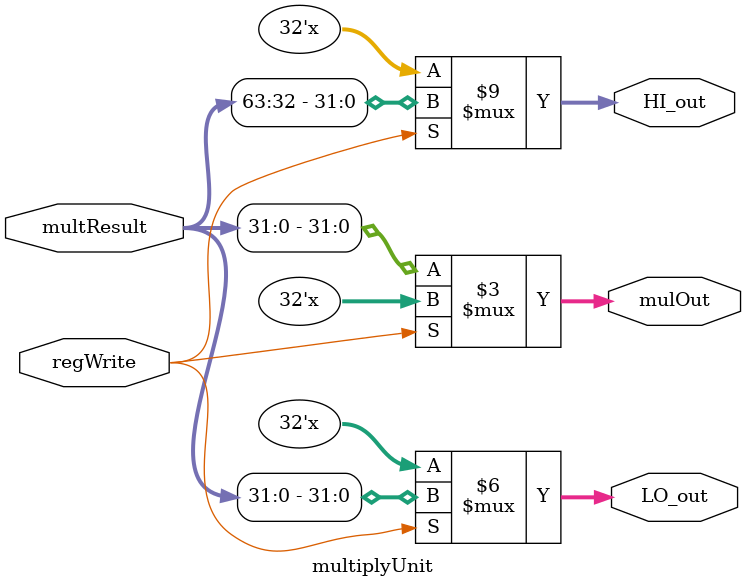
<source format=v>
`timescale 1ns / 1ps


module multiplyUnit( multResult, mulOut, HI_out, LO_out, regWrite);

    input [63:0] multResult;
    output reg [31:0] HI_out, LO_out;
    input regWrite;
    output reg [31:0] mulOut;
    
    
    reg HI, LO;
    
    always @ * begin
        if (regWrite) begin
            HI_out <= multResult[63:32];
            LO_out <= multResult[31:0];
        end
        else begin
            mulOut <= multResult[31:0];
        end
    end
    
endmodule

</source>
